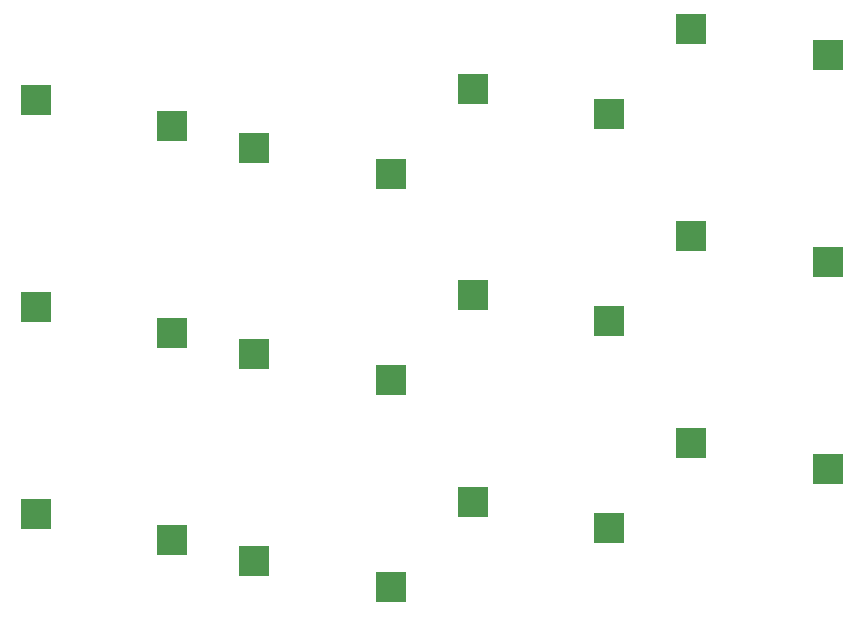
<source format=gbr>
G04 #@! TF.GenerationSoftware,KiCad,Pcbnew,(5.1.4)-1*
G04 #@! TF.CreationDate,2023-01-08T18:51:56-05:00*
G04 #@! TF.ProjectId,ThumbsUp,5468756d-6273-4557-902e-6b696361645f,rev?*
G04 #@! TF.SameCoordinates,Original*
G04 #@! TF.FileFunction,Paste,Bot*
G04 #@! TF.FilePolarity,Positive*
%FSLAX46Y46*%
G04 Gerber Fmt 4.6, Leading zero omitted, Abs format (unit mm)*
G04 Created by KiCad (PCBNEW (5.1.4)-1) date 2023-01-08 18:51:56*
%MOMM*%
%LPD*%
G04 APERTURE LIST*
%ADD10R,2.600000X2.600000*%
G04 APERTURE END LIST*
D10*
X40757789Y-559562952D03*
X52307789Y-561762952D03*
X59257789Y-537062952D03*
X70807789Y-539262952D03*
X59257790Y-554562952D03*
X70807790Y-556762952D03*
X77757790Y-514562952D03*
X89307790Y-516762952D03*
X77757789Y-532062952D03*
X89307789Y-534262952D03*
X77757789Y-549562952D03*
X89307789Y-551762952D03*
X40757790Y-542062952D03*
X52307790Y-544262952D03*
X59257789Y-519562953D03*
X70807789Y-521762953D03*
X40757789Y-524562952D03*
X52307789Y-526762952D03*
X22257790Y-538062952D03*
X33807790Y-540262952D03*
X22257789Y-520562953D03*
X33807789Y-522762953D03*
X22257789Y-555562952D03*
X33807789Y-557762952D03*
M02*

</source>
